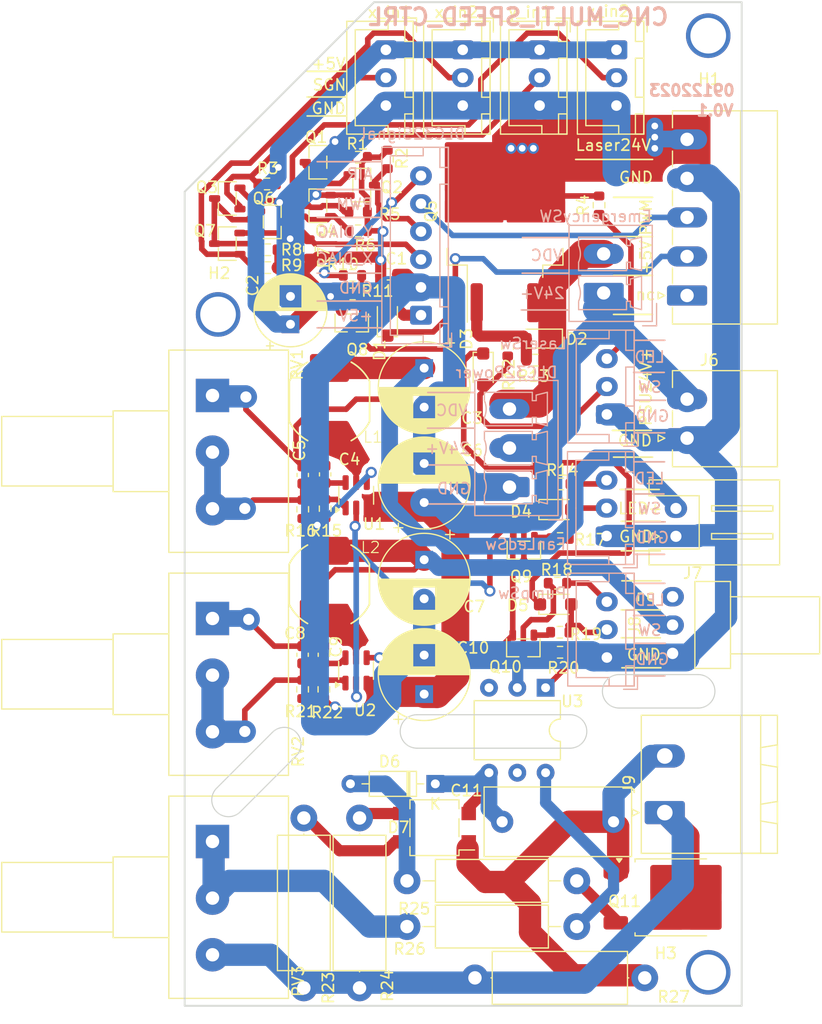
<source format=kicad_pcb>
(kicad_pcb (version 20221018) (generator pcbnew)
  (layers (0 "F.Cu" signal) (31 "B.Cu" signal) (34 "B.Paste" user) (35 "F.Paste" user) (36 "B.SilkS" user "B.Silkscreen") (37 "F.SilkS" user "F.Silkscreen") (38 "B.Mask" user) (39 "F.Mask" user) (44 "Edge.Cuts" user))
  (net 0 "")
  (net 1 "GND")
  (net 2 "VDC")
  (net 3 "Net-(U1-SW)")
  (net 4 "Net-(U1-BST)")
  (net 5 "Net-(C5-Pad2)")
  (net 6 "Net-(C8-Pad2)")
  (net 7 "/Fan_Drv")
  (net 8 "/FB")
  (net 9 "/Led_Drv")
  (net 10 "/~{Air}")
  (net 11 "/Fan_Led_Btn")
  (net 12 "/Pump_Btn")
  (net 13 "+24V")
  (net 14 "Net-(U2-SW)")
  (net 15 "/~{AC1}")
  (net 16 "Net-(U2-BST)")
  (net 17 "Net-(D6-K)")
  (net 18 "Net-(D1-K)")
  (net 19 "/Laser_Btn")
  (net 20 "Net-(D2-A)")
  (net 21 "/Laser_Power")
  (net 22 "/AC1")
  (net 23 "Net-(D6-A)")
  (net 24 "/Fan_Led_En")
  (net 25 "Net-(D7-+)")
  (net 26 "Net-(D7--)")
  (net 29 "Net-(J12-Pin_3)")
  (net 30 "Net-(J14-Pin_3)")
  (net 31 "Net-(J15-Pin_3)")
  (net 32 "Net-(Q1-D)")
  (net 33 "Net-(Q3-D)")
  (net 34 "Net-(Q8-G)")
  (net 35 "/FB1")
  (net 36 "Net-(Q9-B)")
  (net 37 "/Pump_En")
  (net 40 "+5V")
  (net 41 "/X_DIAG")
  (net 42 "/Y_DIAG")
  (net 43 "/SGN_PWM")
  (net 44 "/SGN_AIR")
  (net 45 "/x_in1")
  (net 46 "/x_in2")
  (net 47 "/y_in1")
  (net 48 "/y_in2")
  (net 49 "Net-(Q10-B)")
  (net 50 "Net-(Q11-G)")
  (net 54 "Net-(R20-Pad1)")
  (net 55 "Net-(R26-Pad1)")
  (net 56 "Net-(R26-Pad2)")
  (footprint "My_Library:Potentiometer_Alps_RK163_Single_Horizontal" (layer "F.Cu") (at 102.5 45.26865)
    (fp_text reference "RV1")
    (fp_text value "10K")
  )
  (footprint "My_Library:MountingHole_3.2mm_M3_DIN965_SmallPad" (layer "F.Cu") (at 147 13)
    (fp_text reference "H1")
    (fp_text value "M3")
  )
  (footprint "My_Library:SOT-23-3-s" (layer "F.Cu") (at 115.9 26.4)
    (fp_text reference "Q2")
    (fp_text value "PJA3440")
  )
  (footprint "Diode_SMD:D_SOD-323_HandSoldering" (layer "F.Cu") (at 131.9 40.16865 180)
    (fp_text reference "D2")
    (fp_text value "MM3Z12")
  )
  (footprint "Resistor_SMD:R_0603_1608Metric" (layer "F.Cu") (at 107.475 32.2 180)
    (fp_text reference "R8")
    (fp_text value "10K")
  )
  (footprint "Resistor_SMD:R_0603_1608Metric" (layer "F.Cu") (at 133.675 66.5 180)
    (fp_text reference "R19")
    (fp_text value "100K")
  )
  (footprint "My_Library:SOT-23-3-s" (layer "F.Cu") (at 115 38.7625 -90)
    (fp_text reference "Q8")
    (fp_text value "PJA3440")
  )
  (footprint "My_Library:CP_Radial_D8.0mm_H12.0mm_P3.50mm" (layer "F.Cu") (at 121.5 72.052651 90)
    (fp_text reference "C10")
    (fp_text value "220uF 35V")
  )
  (footprint "My_Library:SOT-23-3-s" (layer "F.Cu") (at 130.4 67.9 -90)
    (fp_text reference "Q10")
    (fp_text value "MMBTA92")
  )
  (footprint "Resistor_SMD:R_0603_1608Metric" (layer "F.Cu") (at 133.775 53.2 180)
    (fp_text reference "R14")
    (fp_text value "4.7K")
  )
  (footprint "My_Library:TO-269AA_spec" (layer "F.Cu") (at 122.425 84.03 180)
    (fp_text reference "D7")
    (fp_text value "MB6S")
  )
  (footprint "Capacitor_THT:C_Rect_L13.0mm_W6.0mm_P10.00mm_FKS3_FKP3_MKS4" (layer "F.Cu") (at 128.5 83.5)
    (fp_text reference "C11")
    (fp_text value "100nF 275Vac")
  )
  (footprint "Resistor_SMD:R_0603_1608Metric" (layer "F.Cu") (at 133.4625 62.1 180)
    (fp_text reference "R18")
    (fp_text value "4.7K")
  )
  (footprint "My_Library:D_SOD-123F-s" (layer "F.Cu") (at 118.2 38.5 90)
    (fp_text reference "D1")
    (fp_text value "1N4148")
  )
  (footprint "Connector_JST:JST_XH_B3B-XH-A_1x03_P2.50mm_Vertical" (layer "F.Cu") (at 138.763153 14.26865 -90)
    (fp_text reference "J4" hide)
    (fp_text value "y_in2")
  )
  (footprint "My_Library:SOT-23-3-s" (layer "F.Cu") (at 107.8625 29.7)
    (fp_text reference "Q6")
    (fp_text value "PJA3440")
  )
  (footprint "Resistor_SMD:R_0603_1608Metric" (layer "F.Cu") (at 133.7 68.3 180)
    (fp_text reference "R20")
    (fp_text value "2K")
  )
  (footprint "Connector_Phoenix_MSTB:PhoenixContact_MSTBA_2,5_2-G-5,08_1x02_P5.08mm_Horizontal" (layer "F.Cu") (at 143.1 82.68 90)
    (fp_text reference "J9")
    (fp_text value "Pump220V")
  )
  (footprint "My_Library:SOT-23-3-s" (layer "F.Cu") (at 111.9625 24.35 180)
    (fp_text reference "Q1")
    (fp_text value "PJA3440")
  )
  (footprint "Resistor_SMD:R_0603_1608Metric" (layer "F.Cu") (at 112.5 71.625 90)
    (fp_text reference "R22")
    (fp_text value "470R")
  )
  (footprint "Resistor_SMD:R_0603_1608Metric" (layer "F.Cu") (at 115.075 36.1625 180)
    (fp_text reference "R11")
    (fp_text value "100K")
  )
  (footprint "Resistor_SMD:R_0603_1608Metric" (layer "F.Cu") (at 137.2 28.2 90)
    (fp_text reference "R4")
    (fp_text value "4.7K")
  )
  (footprint "Resistor_SMD:R_0603_1608Metric" (layer "F.Cu") (at 115.575 28.8 180)
    (fp_text reference "R5")
    (fp_text value "10K")
  )
  (footprint "Resistor_SMD:R_0603_1608Metric" (layer "F.Cu") (at 110.6 55.475 -90)
    (fp_text reference "R16")
    (fp_text value "12K")
  )
  (footprint "My_Library:SOT-23-3-s" (layer "F.Cu") (at 111.9625 28.25 180)
    (fp_text reference "Q4")
    (fp_text value "PJA3440")
  )
  (footprint "Resistor_SMD:R_0603_1608Metric" (layer "F.Cu") (at 107.4 26.3 180)
    (fp_text reference "R3")
    (fp_text value "10K")
  )
  (footprint "Resistor_SMD:R_0603_1608Metric" (layer "F.Cu") (at 131.5 42.1 180)
    (fp_text reference "R13")
    (fp_text value "100K")
  )
  (footprint "Capacitor_SMD:C_0603_1608Metric" (layer "F.Cu") (at 118.325 34.4)
    (fp_text reference "C1")
    (fp_text value "100nF")
  )
  (footprint "My_Library:D_SOD-123F-s" (layer "F.Cu") (at 133.3 64)
    (fp_text reference "D5")
    (fp_text value "1N4148")
  )
  (footprint "Resistor_SMD:R_0603_1608Metric" (layer "F.Cu") (at 118.2 24.1 -90)
    (fp_text reference "R2")
    (fp_text value "10K")
  )
  (footprint "Connector_JST:JST_XH_B3B-XH-A_1x03_P2.50mm_Vertical" (layer "F.Cu") (at 124.963153 14.26865 -90)
    (fp_text reference "J2" hide)
    (fp_text value "x_in2")
  )
  (footprint "My_Library:D_SOD-123F-s" (layer "F.Cu") (at 133.3 55.5)
    (fp_text reference "D4")
    (fp_text value "1N4148")
  )
  (footprint "My_Library:MountingHole_3.2mm_M3_DIN965_SmallPad" (layer "F.Cu") (at 147 97)
    (fp_text reference "H3")
    (fp_text value "M3")
  )
  (footprint "My_Library:TSOT-23-6_SlimPad" (layer "F.Cu") (at 115.4 54.21865 90)
    (fp_text reference "U1")
    (fp_text value "AP63300")
  )
  (footprint "Connector_JST:JST_XH_B3B-XH-A_1x03_P2.50mm_Vertical" (layer "F.Cu") (at 131.863153 14.26865 -90)
    (fp_text reference "J3" hide)
    (fp_text value "y_in1")
  )
  (footprint "Resistor_THT:R_Axial_DIN0414_L11.9mm_D4.5mm_P15.24mm_Horizontal" (layer "F.Cu") (at 141.3 97.5 180)
    (fp_text reference "R27")
    (fp_text value "47K")
  )
  (footprint "Package_DIP:DIP-6_W7.62mm" (layer "F.Cu") (at 132.4 71.48 -90)
    (fp_text reference "U3")
    (fp_text value "MOC3063M")
  )
  (footprint "Capacitor_SMD:C_0603_1608Metric" (layer "F.Cu") (at 112.613153 52.34365 -90)
    (fp_text reference "C4")
    (fp_text value "100nF")
  )
  (footprint "My_Library:CP_Radial_D8.0mm_H12.0mm_P3.50mm" (layer "F.Cu") (at 121.5 60 -90)
    (fp_text reference "C7")
    (fp_text value "220uF 35V")
  )
  (footprint "My_Library:Potentiometer_Alps_RK163_Single_Horizontal" (layer "F.Cu") (at 102.5 65.26865)
    (fp_text reference "RV2")
    (fp_text value "10K")
  )
  (footprint "Capacitor_SMD:C_0603_1608Metric" (layer "F.Cu") (at 110.586847 68.525 -90)
    (fp_text reference "C8")
    (fp_text value "47pF")
  )
  (footprint "My_Library:CD75_Inductor" (layer "F.Cu") (at 113 45.8 90)
    (fp_text reference "L1")
    (fp_text value "10uH 3.4A")
  )
  (footprint "My_Library:CP_Radial_D8.0mm_H12.0mm_P3.50mm" (layer "F.Cu") (at 121.5 42.815999 -90)
    (fp_text reference "C3")
    (fp_text value "220uF 35V")
  )
  (footprint "Connector_JST:JST_XH_S2B-XH-A_1x02_P2.50mm_Horizontal" (layer "F.Cu") (at 144.1 57.9 90)
    (fp_text reference "J7")
    (fp_text value "LED+")
  )
  (footprint "My_Library:D_SOD-123F-s" (layer "F.Cu") (at 126.8 42.9 -90)
    (fp_text reference "D3")
    (fp_text value "1N4148")
  )
  (footprint "My_Library:CD75_Inductor" (layer "F.Cu") (at 112.986847 62.2 90)
    (fp_text reference "L2")
    (fp_text value "10uH 3.4A")
  )
  (footprint "Resistor_SMD:R_0603_1608Metric" (layer "F.Cu") (at 107.475 33.8 180)
    (fp_text reference "R9")
    (fp_text value "10K")
  )
  (footprint "Resistor_SMD:R_0603_1608Metric" (layer "F.Cu") (at 133.7 58.1 180)
    (fp_text reference "R17")
    (fp_text value "100K")
  )
  (footprint "Connector_Phoenix_MC:PhoenixContact_MC_1,5_2-G-3.5_1x02_P3.50mm_Horizontal" (layer "F.Cu") (at 145.1 49.1 90)
    (fp_text reference "J6")
    (fp_text value "PSU24V+")
  )
  (footprint "Connector_Phoenix_MC:PhoenixContact_MC_1,5_5-G-3.5_1x05_P3.50mm_Horizontal" (layer "F.Cu") (at 145.1 36.3 90)
    (fp_text reference "J5" hide)
    (fp_text value "Laser Terminal")
  )
  (footprint "My_Library:FanPinHeader_1x03_P2.54mm_Horizontal" (layer "F.Cu") (at 143.8 68.4 90)
    (fp_text reference "J8")
    (fp_text value "FAN+")
  )
  (footprint "My_Library:TO-263-2-S" (layer "F.Cu") (at 128.76 28.75 90)
    (fp_text reference "Q5")
    (fp_text value "IRF9540N")
  )
  (footprint "Connector_JST:JST_XH_B3B-XH-A_1x03_P2.50mm_Vertical" (layer "F.Cu") (at 118.063153 14.26865 -90)
    (fp_text reference "J1" hide)
    (fp_text value "x_in1")
  )
  (footprint "My_Library:Potentiometer_Alps_RK163_Single_Horizontal" (layer "F.Cu") (at 102.5 85.26865)
    (fp_text reference "RV3")
    (fp_text value "500K")
  )
  (footprint "My_Library:MountingHole_3.2mm_M3_DIN965_SmallPad" (layer "F.Cu") (at 103 38)
    (fp_text reference "H2")
    (fp_text value "M3")
  )
  (footprint "Capacitor_SMD:C_0603_1608Metric" (layer "F.Cu") (at 112.5 68.525 -90)
    (fp_text reference "C9")
    (fp_text value "100nF")
  )
  (footprint "Resistor_THT:R_Axial_DIN0411_L9.9mm_D3.6mm_P15.24mm_Horizontal" (layer "F.Cu") (at 119.96 88.8)
    (fp_text reference "R25")
    (fp_text value "1K")
  )
  (footprint "Resistor_THT:R_Axial_DIN0411_L9.9mm_D3.6mm_P15.24mm_Horizontal" (layer "F.Cu") (at 119.96 92.9)
    (fp_text reference "R26")
    (fp_text value "270R")
  )
  (footprint "Capacitor_SMD:C_0603_1608Metric" (layer "F.Cu") (at 110.6 52.4 -90)
    (fp_text reference "C5")
    (fp_text value "47pF")
  )
  (footprint "Resistor_SMD:R_0603_1608Metric" (layer "F.Cu") (at 115.575 30.5 180)
    (fp_text reference "R6")
    (fp_text value "10K")
  )
  (footprint "Resistor_SMD:R_0603_1608Metric" (layer "F.Cu") (at 115.061847 34.49385 180)
    (fp_text reference "R10")
    (fp_text value "4.7K")
  )
  (footprint "Resistor_SMD:R_0603_1608Metric" (layer "F.Cu") (at 111.2 32.125 90)
    (fp_text reference "R7")
    (fp_text value "10K")
  )
  (footprint "My_Library:CP_Radial_D8.0mm_H12.0mm_P3.50mm" (layer "F.Cu") (at 121.5 54.86865 90)
    (fp_text reference "C6")
    (fp_text value "220uF 35V")
  )
  (footprint "My_Library:CP_Radial_D6.3mm_H11.0mm_P2.50mm" (layer "F.Cu") (at 109.5 38.88238 90)
    (fp_text reference "C2")
    (fp_text value "220uF 25V")
  )
  (footprint "Diode_THT:D_DO-35_SOD27_P7.62mm_Horizontal" (layer "F.Cu") (at 122.5 80.1 180)
    (fp_text reference "D6")
    (fp_text value "DB3")
  )
  (footprint "My_Library:SOT-23-3-s" (layer "F.Cu") (at 103.825 31.65 180)
    (fp_text reference "Q7")
    (fp_text value "PJA3440")
  )
  (footprint "Resistor_THT:R_Axial_DIN0414_L11.9mm_D4.5mm_P15.24mm_Horizontal" (layer "F.Cu") (at 110.7 83.16 -90)
    (fp_text reference "R23")
    (fp_text value "100K")
  )
  (footprint "Resistor_SMD:R_0603_1608Metric" (layer "F.Cu") (at 110.586847 71.625 -90)
    (fp_text reference "R21")
    (fp_text value "3.9K")
  )
  (footprint "My_Library:SOT-23-3-s" (layer "F.Cu") (at 103.825 27.6 180)
    (fp_text reference "Q3")
    (fp_text value "PJA3440")
  )
  (footprint "Resistor_SMD:R_0603_1608Metric" (layer "F.Cu") (at 129 40.9 90)
    (fp_text reference "R12")
    (fp_text value "4.7K")
  )
  (footprint "My_Library:SOT-23-3-s" (layer "F.Cu") (at 130.45 59.1375 -90)
    (fp_text reference "Q9")
    (fp_text value "MMBTA92")
  )
  (footprint "Package_TO_SOT_SMD:TO-252-2" (layer "F.Cu") (at 143.74 90.28)
    (fp_text reference "Q11")
    (fp_text value "BTA204S-800E")
  )
  (footprint "Resistor_THT:R_Axial_DIN0414_L11.9mm_D4.5mm_P15.24mm_Horizontal" (layer "F.Cu") (at 115.7 83.16 -90)
    (fp_text reference "R24")
    (fp_text value "100K")
  )
  (footprint "My_Library:TSOT-23-6_SlimPad" (layer "F.Cu") (at 115.386847 69.925 90)
    (fp_text reference "U2")
    (fp_text value "AP63300")
  )
  (footprint "Resistor_SMD:R_0603_1608Metric" (layer "F.Cu") (at 112.613153 55.41865 90)
    (fp_text reference "R15")
    (fp_text value "750R")
  )
  (footprint "Resistor_SMD:R_0603_1608Metric" (layer "F.Cu") (at 115.575 23.9 180)
    (fp_text reference "R1")
    (fp_text value "10K")
  )
  (footprint "Connector_Phoenix_MC:PhoenixContact_MCV_1,5_3-G-3.5_1x03_P3.50mm_Vertical" (layer "B.Cu") (at 129.1575 53.4825 90)
    (fp_text reference "J13" hide)
    (fp_text value "DLC32Power")
  )
  (footprint "Connector_Phoenix_MC:PhoenixContact_MCV_1,5_2-G-3.5_1x02_P3.50mm_Vertical" (layer "B.Cu") (at 137.613153 36.06865 90)
    (fp_text reference "J10" hide)
    (fp_text value "EmergencySW")
  )
  (footprint "Connector_JST:JST_XH_B3B-XH-A_1x03_P2.50mm_Vertical" (layer "B.Cu") (at 137.9 68.76865 90)
    (fp_text reference "J15" hide)
    (fp_text value "PumpSw")
  )
  (footprint "Connector_JST:JST_XH_B3B-XH-A_1x03_P2.50mm_Vertical" (layer "B.Cu") (at 137.9 46.96865 90)
    (fp_text reference "J12" hide)
    (fp_text value "LaserSw")
  )
  (footprint "Connector_JST:JST_XH_B3B-XH-A_1x03_P2.50mm_Vertical" (layer "B.Cu") (at 137.875 57.86865 90)
    (fp_text reference "J14" hide)
    (fp_text value "FanLedSw")
  )
  (footprint "Connector_JST:JST_XH_B6B-XH-A_1x06_P2.50mm_Vertical" (layer "B.Cu") (at 121.213153 38.06865 90)
    (fp_text reference "J11" hide)
    (fp_text value "DLC32Signal")
  )
  (gr_line (start 111.9 36.8) (end 117.7 36.8) (stroke (width 0.15)) (layer "B.SilkS"))
  (gr_line (start 143.1 40.31865) (end 140.35 40.31865) (stroke (width 0.15)) (layer "B.SilkS"))
  (gr_line (start 143.075 51.21865) (end 140.325 51.21865) (stroke (width 0.15)) (layer "B.SilkS"))
  (gr_line (start 143.15 67.5) (end 140.4 67.5) (stroke (width 0.15)) (layer "B.SilkS"))
  (gr_line (start 143.025 54.1) (end 140.275 54.1) (stroke (width 0.15)) (layer "B.SilkS"))
  (gr_line (start 143.1 70.41865) (end 140.35 70.41865) (stroke (width 0.15)) (layer "B.SilkS"))
  (gr_line (start 134.5 31.1) (end 130.325 31.1) (stroke (width 0.15)) (layer "B.SilkS"))
  (gr_line (start 134.4 37.6) (end 130.225 37.6) (stroke (width 0.15)) (layer "B.SilkS"))
  (gr_line (start 125.9 55) (end 121.725 55) (stroke (width 0.15)) (layer "B.SilkS"))
  (gr_line (start 111.903153 31.81865) (end 117.703153 31.81865) (stroke (width 0.15)) (layer "B.SilkS"))
  (gr_line (start 111.9 29.3) (end 117.7 29.3) (stroke (width 0.15)) (layer "B.SilkS"))
  (gr_line (start 134.475 34.3) (end 130.3 34.3) (stroke (width 0.15)) (layer "B.SilkS"))
  (gr_line (start 111.9 24.3) (end 117.7 24.3) (stroke (width 0.15)) (layer "B.SilkS"))
  (gr_line (start 111.9 34.3) (end 117.7 34.3) (stroke (width 0.15)) (layer "B.SilkS"))
  (gr_line (start 143.1 62.11865) (end 140.35 62.11865) (stroke (width 0.15)) (layer "B.SilkS"))
  (gr_line (start 143.15 45.7) (end 140.4 45.7) (stroke (width 0.15)) (layer "B.SilkS"))
  (gr_line (start 125.9 51.5) (end 121.725 51.5) (stroke (width 0.15)) (layer "B.SilkS"))
  (gr_line (start 143.05 43.2) (end 140.3 43.2) (stroke (width 0.15)) (layer "B.SilkS"))
  (gr_line (start 125.975 48.2) (end 121.8 48.2) (stroke (width 0.15)) (layer "B.SilkS"))
  (gr_line (start 143.1 48.61865) (end 140.35 48.61865) (stroke (width 0.15)) (layer "B.SilkS"))
  (gr_line (start 143.075 59.51865) (end 140.325 59.51865) (stroke (width 0.15)) (layer "B.SilkS"))
  (gr_line (start 143.05 65) (end 140.3 65) (stroke (width 0.15)) (layer "B.SilkS"))
  (gr_line (start 126 45) (end 121.825 45) (stroke (width 0.15)) (layer "B.SilkS"))
  (gr_line (start 143.125 56.6) (end 140.375 56.6) (stroke (width 0.15)) (layer "B.SilkS"))
  (gr_line (start 111.9 26.8) (end 117.7 26.8) (stroke (width 0.15)) (layer "B.SilkS"))
  (gr_line (start 111.9 39.2) (end 117.7 39.2) (stroke (width 0.15)) (layer "B.SilkS"))
  (gr_line (start 142.7 64.5) (end 139.2 64.5) (stroke (width 0.15)) (layer "F.SilkS"))
  (gr_line (start 142 50.8) (end 138.5 50.8) (stroke (width 0.15)) (layer "F.SilkS"))
  (gr_line (start 142.69 56.55) (end 139.19 56.55) (stroke (width 0.15)) (layer "F.SilkS"))
  (gr_line (start 141.9 48.4) (end 138.4 48.4) (stroke (width 0.15)) (layer "F.SilkS"))
  (gr_line (start 142 24.1) (end 135.1 24.1) (stroke (width 0.15)) (layer "F.SilkS"))
  (gr_line (start 111 18.5) (end 114.5 18.5) (stroke (width 0.15)) (layer "F.SilkS"))
  (gr_line (start 142.7 67) (end 139.2 67) (stroke (width 0.15)) (layer "F.SilkS"))
  (gr_line (start 142.75 61.89) (end 139.25 61.89) (stroke (width 0.15)) (layer "F.SilkS"))
  (gr_line (start 142.003153 31.01865) (end 138.503153 31.01865) (stroke (width 0.15)) (layer "F.SilkS"))
  (gr_line (start 142.75 69.69) (end 139.25 69.69) (stroke (width 0.15)) (layer "F.SilkS"))
  (gr_line (start 142 38) (end 138.5 38) (stroke (width 0.15)) (layer "F.SilkS"))
  (gr_line (start 142 27.5) (end 138.5 27.5) (stroke (width 0.15)) (layer "F.SilkS"))
  (gr_line (start 142.6 53.7) (end 139.1 53.7) (stroke (width 0.15)) (layer "F.SilkS"))
  (gr_line (start 111 16.2) (end 114.5 16.2) (stroke (width 0.15)) (layer "F.SilkS"))
  (gr_line (start 111 20.2) (end 114.5 20.2) (stroke (width 0.15)) (layer "F.SilkS"))
  (gr_line (start 142 34.5) (end 138.5 34.5) (stroke (width 0.15)) (layer "F.SilkS"))
  (gr_line (start 142.7 59.2) (end 139.2 59.2) (stroke (width 0.15)) (layer "F.SilkS"))
  (gr_line (start 139 70.3) (end 146.1 70.3) (stroke (width 0.1)) (layer "Edge.Cuts"))
  (gr_line (start 150 100) (end 100 100) (stroke (width 0.16)) (layer "Edge.Cuts"))
  (gr_line (start 120.85 76.9) (end 134.6 76.9) (stroke (width 0.1)) (layer "Edge.Cuts"))
  (gr_line (start 117 10) (end 150 10) (stroke (width 0.16)) (layer "Edge.Cuts"))
  (gr_line (start 100 27) (end 100 100) (stroke (width 0.16)) (layer "Edge.Cuts"))
  (gr_line (start 102.868451 80.488909) (end 107.888909 75.468451) (stroke (width 0.1)) (layer "Edge.Cuts"))
  (gr_arc (start 134.6 73.9) (mid 136.1 75.4) (end 134.6 76.9) (stroke (width 0.1)) (layer "Edge.Cuts"))
  (gr_line (start 150 10) (end 150 100) (stroke (width 0.16)) (layer "Edge.Cuts"))
  (gr_arc (start 146.1 70.3) (mid 147.6 71.8) (end 146.1 73.3) (stroke (width 0.1)) (layer "Edge.Cuts"))
  (gr_line (start 120.85 73.9) (end 134.6 73.9) (stroke (width 0.1)) (layer "Edge.Cuts"))
  (gr_line (start 117 10) (end 100 27) (stroke (width 0.16)) (layer "Edge.Cuts"))
  (gr_arc (start 107.888909 75.468451) (mid 110.010229 75.468451) (end 110.010229 77.589771) (stroke (width 0.1)) (layer "Edge.Cuts"))
  (gr_arc (start 139 73.3) (mid 137.5 71.8) (end 139 70.3) (stroke (width 0.1)) (layer "Edge.Cuts"))
  (gr_arc (start 104.989771 82.610229) (mid 102.868451 82.610229) (end 102.868451 80.488909) (stroke (width 0.1)) (layer "Edge.Cuts"))
  (gr_arc (start 120.85 76.9) (mid 119.35 75.4) (end 120.85 73.9) (stroke (width 0.1)) (layer "Edge.Cuts"))
  (gr_line (start 139 73.3) (end 146.1 73.3) (stroke (width 0.1)) (layer "Edge.Cuts"))
  (gr_line (start 104.989771 82.610229) (end 110.010229 77.589771) (stroke (width 0.1)) (layer "Edge.Cuts"))
  (gr_text "GND" (at 143.6 69.5) (layer "B.SilkS") (effects (font (size 1 1)) (justify left bottom mirror)))
  (gr_text "GND" (at 125.8 54.2) (layer "B.SilkS") (effects (font (size 1 1)) (justify left bottom mirror)))
  (gr_text "SW" (at 142.9 45.1) (layer "B.SilkS") (effects (font (size 1 1)) (justify left bottom mirror)))
  (gr_text "X_DIAG" (at 117 33.6) (layer "B.SilkS") (effects (font (size 1 1)) (justify left bottom mirror)))
  (gr_text "VDC" (at 124 46.6) (layer "B.SilkS") (effects (font (size 1 1)) (justify mirror)))
  (gr_text "LED" (at 143.175 53.3) (layer "B.SilkS") (effects (font (size 1 1)) (justify left bottom mirror)))
  (gr_text "LED" (at 143.2 64.2) (layer "B.SilkS") (effects (font (size 1 1)) (justify left bottom mirror)))
  (gr_text "GND" (at 117 36.2) (layer "B.SilkS") (effects (font (size 1 1)) (justify left bottom mirror)))
  (gr_text "AIR" (at 117 26) (layer "B.SilkS") (effects (font (size 1 1)) (justify left bottom mirror)))
  (gr_text "GND" (at 143.575 58.6) (layer "B.SilkS") (effects (font (size 1 1)) (justify left bottom mirror)))
  (gr_text "24V+" (at 123.6 50) (layer "B.SilkS") (effects (font (size 1 1)) (justify mirror)))
  (gr_text "GND" (at 143.6 47.7) (layer "B.SilkS") (effects (font (size 1 1)) (justify left bottom mirror)))
  (gr_text "PWM" (at 117 28.7) (layer "B.SilkS") (effects (font (size 1 1)) (justify left bottom mirror)))
  (gr_text "VDC" (at 132.5 32.7) (layer "B.SilkS") (effects (font (size 1 1)) (justify mirror)))
  (gr_text "09122023" (at 149.5 18.5) (layer "B.SilkS") (effects (font (size 1 1) (thickness 0.25) bold) (justify left bottom mirror)))
  (gr_text "CNC_MULTI_SPEED_CTRL" (at 143.6 12.2) (layer "B.SilkS") (effects (font (size 1.5 1.5) (thickness 0.3) bold) (justify left bottom mirror)))
  (gr_text "Y_DIAG" (at 117 31.2) (layer "B.SilkS") (effects (font (size 1 1)) (justify left bottom mirror)))
  (gr_text "24V+" (at 132.1 36.1) (layer "B.SilkS") (effects (font (size 1 1)) (justify mirror)))
  (gr_text "LED" (at 143.2 42.4) (layer "B.SilkS") (effects (font (size 1 1)) (justify left bottom mirror)))
  (gr_text "SW" (at 142.875 56) (layer "B.SilkS") (effects (font (size 1 1)) (justify left bottom mirror)))
  (gr_text "SW" (at 142.9 66.9) (layer "B.SilkS") (effects (font (size 1 1)) (justify left bottom mirror)))
  (gr_text "V0.1" (at 149.4 20.3) (layer "B.SilkS") (effects (font (size 1 1) (thickness 0.25) bold) (justify left bottom mirror)))
  (gr_text "+5V" (at 117 38.7) (layer "B.SilkS") (effects (font (size 1 1)) (justify left bottom mirror)))
  (gr_text "Laser24V" (at 135 23.4) (layer "F.SilkS") (effects (font (size 1 1)) (justify left bottom)))
  (gr_text "nc" (at 140.4 63.8) (layer "F.SilkS") (effects (font (size 1 1)) (justify left bottom)))
  (gr_text "PWM" (at 142.003153 31.01865 90) (layer "F.SilkS") (effects (font (size 1 1)) (justify left bottom)))
  (gr_text "GND" (at 138.9 26.3) (layer "F.SilkS") (effects (font (size 1 1)) (justify left bottom)))
  (gr_text "GND" (at 138.9 58.5) (layer "F.SilkS") (effects (font (size 1 1)) (justify left bottom)))
  (gr_text "GND" (at 111.3 20.1) (layer "F.SilkS") (effects (font (size 1 1)) (justify left bottom)))
  (gr_text "SGN" (at 111.4 18) (layer "F.SilkS") (effects (font (size 1 1)) (justify left bottom)))
  (gr_text "GND" (at 138.8 49.9) (layer "F.SilkS") (effects (font (size 1 1)) (justify left bottom)))
  (gr_text "nc" (at 140.4 36.8) (layer "F.SilkS") (effects (font (size 1 1)) (justify left bottom)))
  (gr_text "+5V" (at 142 34.5 90) (layer "F.SilkS") (effects (font (size 1 1)) (justify left bottom)))
  (gr_text "GND" (at 139.6 69.1) (layer "F.SilkS") (effects (font (size 1 1)) (justify left bottom)))
  (gr_text "+5V" (at 111.3 16.1) (layer "F.SilkS") (effects (font (size 1 1)) (justify left bottom)))
  (segment (start 114.7125 27.3) (end 114.7625 27.35) (width 0.5) (layer "F.Cu") (net 1))
  (segment (start 104.9625 26.65) (end 104.9625 26.7625) (width 0.5) (layer "F.Cu") (net 1))
  (segment (start 104.9625 30.7) (end 108.959185 30.7) (width 0.5) (layer "F.Cu") (net 1))
  (segment (start 114.3 36.0625) (end 114.3 37.418197) (width 0.5) (layer "F.Cu") (net 1))
  (segment (start 116.35 52.565575) (end 116.35 53.08115) (width 0.5) (layer "F.Cu") (net 1))
  (segment (start 119.944629 34.4) (end 119.1 34.4) (width 1) (layer "F.Cu") (net 1))
  (segment (start 121.251998 68.7875) (end 121.486847 68.552651) (width 0.5) (layer "F.Cu") (net 1))
  (segment (start 111.906872 56.891964) (end 111.964839 56.891964) (width 0.5) (layer "F.Cu") (net 1))
  (segment (start 113.1 27.3) (end 111.838406 27.3) (width 0.5) (layer "F.Cu") (net 1))
  (segment (start 116.75 52.165575) (end 116.35 52.565575) (width 0.5) (layer "F.Cu") (net 1))
  (segment (start 113.250014 73.200014) (end 113.5 73.200014) (width 0.5) (layer "F.Cu") (net 1))
  (segment (start 104.9625 26.7625) (end 106 27.8) (width 0.5) (layer "F.Cu") (net 1))
  (segment (start 111.964839 56.891964) (end 112.613153 56.24365) (width 0.5) (layer "F.Cu") (net 1))
  (segment (start 121.213153 35.56865) (end 121.113279 35.56865) (width 1) (layer "F.Cu") (net 1))
  (segment (start 108.368198 27.8) (end 108.525 27.956802) (width 0.5) (layer "F.Cu") (net 1))
  (segment (start 114.05 37.332379) (end 114.05 37.625) (width 1) (layer "F.Cu") (net 1))
  (segment (start 116.336847 68.7875) (end 117.486847 68.7875) (width 0.5) (layer "F.Cu") (net 1))
  (segment (start 113.5 22.5) (end 113.5 23) (width 0.5) (layer "F.Cu") (net 1))
  (segment (start 113.1 27.3) (end 114.7125 27.3) (width 0.5) (layer "F.Cu") (net 1))
  (segment (start 111.838406 27.3) (end 111.782376 27.24397) (width 0.5) (layer "F.Cu") (net 1))
  (segment (start 113.5 23) (end 113.1 23.4) (width 0.5) (layer "F.Cu") (net 1))
  (segment (start 113.1 36.382379) (end 114.05 37.332379) (width 1) (layer "F.Cu") (net 1))
  (segment (start 106 27.8) (end 108.368198 27.8) (width 0.5) (layer "F.Cu") (net 1))
  (segment (start 108.959185 30.7) (end 109.470351 31.211166) (width 0.5) (layer "F.Cu") (net 1))
  (segment (start 130.2 71.28) (end 130.4 71.48) (width 0.5) (layer "F.Cu") (net 1))
  (segment (start 121.113279 35.56865) (end 119.944629 34.4) (width 1) (layer "F.Cu") (net 1))
  (segment (start 112.5 72.45) (end 113.250014 73.200014) (width 0.5) (layer "F.Cu") (net 1))
  (via (at 113.5 22.5) (size 1) (drill 0.6) (layers "F.Cu" "B.Cu") (net 1))
  (via (at 117.486847 68.7875) (size 1) (drill 0.6) (layers "F.Cu" "B.Cu") (net 1))
  (via (at 108.525 27.956802) (size 1) (drill 0.6) (layers "F.Cu" "B.Cu") (net 1))
  (via (at 116.75 52.165575) (size 1) (drill 0.6) (layers "F.Cu" "B.Cu") (net 1))
  (via (at 111.782376 27.24397) (size 1) (drill 0.6) (layers "F.Cu" "B.Cu") (net 1))
  (via (at 113.1 36.382379) (size 1) (drill 0.6) (layers "F.Cu" "B.Cu") (net 1))
  (via (at 113.5 73.200014) (size 1) (drill 0.6) (layers "F.Cu" "B.Cu") (net 1))
  (via (at 109.470351 31.211166) (size 1) (drill 0.6) (layers "F.Cu" "B.Cu") (net 1))
  (via (at 111.906872 56.891964) (size 1) (drill 0.6) (layers "F.Cu" "B.Cu") (net 1))
  (segment (start 111.782376 25.674426) (end 111.782376 27.24397) (width 0.5) (layer "B.Cu") (net 1))
  (segment (start 116.3 74.5) (end 118.2 72.6) (width 2.5) (layer "B.Cu") (net 1))
  (segment (start 138.763153 25.263153) (end 138.763153 19.26865) (width 2.5) (layer "B.Cu") (net 1))
  (segment (start 113.5 22.5) (end 114.956804 22.5) (width 0.5) (layer "B.Cu") (net 1))
  (segment (start 111.621142 36.382379) (end 109.500001 36.382379) (width 2.5) (layer "B.Cu") (net 1))
  (segment (start 123.66865 51.36865) (end 121.5 51.36865) (width 2.5) (layer "B.Cu") (net 1))
  (segment (start 148.6 52.4) (end 148.6 58) (width 2) (layer "B.Cu") (net 1))
  (segment (start 148.6 58) (end 148.6 65.139998) (width 2) (layer "B.Cu") (net 1))
  (segment (start 113.5 22.5) (end 113.5 23.956802) (width 0.5) (layer "B.Cu") (net 1))
  (segment (start 124.188153 35.56865) (end 124.188153 44.527846) (width 2) (layer "B.Cu") (net 1))
  (segment (start 120.1 68.552651) (end 121.5 68.552651) (width 2.5) (layer "B.Cu") (net 1))
  (segment (start 121.5 68.552651) (end 136.523467 68.552651) (width 2.5) (layer "B.Cu") (net 1))
  (segment (start 136.739466 68.76865) (end 137.9 68.76865) (width 2.5) (layer "B.Cu") (net 1))
  (segment (start 111.7 43.562869) (end 111.7 74.5) (width 2.5) (layer "B.Cu") (net 1))
  (segment (start 118.063153 19.26865) (end 118.063153 19.39365) (width 1.5) (layer "B.Cu") (net 1))
  (segment (start 145.113153 25.76865) (end 146.96865 25.76865) (width 2.5) (layer "B.Cu") (net 1))
  (segment (start 113.431249 36.411366) (end 111.650129 36.411366) (width 2.5) (layer "B.Cu") (net 1))
  (segment (start 137.875 57.86865) (end 146.13135 57.86865) (width 2) (layer "B.Cu") (net 1))
  (segment (start 118.063153 19.393651) (end 118.063153 19.26865) (width 0.5) (layer "B.Cu") (net 1))
  (segment (start 111.650129 36.411366) (end 111.621142 36.382379) (width 2.5) (layer "B.Cu") (net 1))
  (segment (start 117.424424 36.382379) (end 113.460236 36.382379) (width 2.5) (layer "B.Cu") (net 1))
  (segment (start 148.6 27.4) (end 148.6 47.9) (width 2.5) (layer "B.Cu") (net 1))
  (segment (start 129.1575 53.4825) (end 125.7825 53.4825) (width 2.5) (layer "B.Cu") (net 1))
  (segment (start 111.906872 56.891964) (end 112.023611 56.891964) (width 0.5) (layer "B.Cu") (net 1))
  (segment (start 112.023611 56.891964) (end 116.75 52.165575) (width 0.5) (layer "B.Cu") (net 1))
  (segment (start 123.7 45.015999) (end 122.8 45.015999) (width 2) (layer "B.Cu") (net 1))
  (segment (start 146.13135 57.86865) (end 146.2 57.8) (width 2) (layer "B.Cu") (net 1))
  (segment (start 148.6 65.139998) (end 144.971348 68.76865) (width 2) (layer "B.Cu") (net 1))
  (segment (start 113.460236 36.382379) (end 113.431249 36.411366) (width 2.5) (layer "B.Cu") (net 1))
  (segment (start 124.188153 44.527846) (end 123.7 45.015999) (width 2) (layer "B.Cu") (net 1))
  (segment (start 147.23135 49.26865) (end 145.113153 49.26865) (width 2.5) (layer "B.Cu") (net 1))
  (segment (start 129.9 71.6) (end 129.9 68.812651) (width 1) (layer "B.Cu") (net 1))
  (segment (start 118.2 70.452651) (end 120.1 68.552651) (width 2.5) (layer "B.Cu") (net 1))
  (segment (start 148.4 57.8) (end 148.6 58) (width 2) (layer "B.Cu") (net 1))
  (segment (start 141.30921 49.26865) (end 145.113153 49.26865) (width 2) (layer "B.Cu") (net 1))
  (segment (start 125.7825 53.4825) (end 123.66865 51.36865) (width 2.5) (layer "B.Cu") (net 1))
  (segment (start 136.523467 68.552651) (end 136.739466 68.76865) (width 2.5) (layer "B.Cu") (net 1))
  (segment (start 146.96865 25.76865) (end 148.6 27.4) (width 2.5) (layer "B.Cu") (net 1))
  (segment (start 118.063153 19.26865) (end 138.763153 19.26865) (width 2.5) (layer "B.Cu") (net 1))
  (segment (start 121.213153 35.56865) (end 119.694219 35.56865) (width 2.5) (layer "B.Cu") (net 1))
  (segment (start 118.238153 35.56865) (end 117.424424 36.382379) (width 2) (layer "B.Cu") (net 1))
  (segment (start 119.694219 35.56865) (end 111.7 43.562869) (width 2.5) (layer "B.Cu") (net 1))
  (segment (start 146.2 57.8) (end 148.4 57.8) (width 2) (layer "B.Cu") (net 1))
  (segment (start 121.213153 35.56865) (end 124.188153 35.56865) (width 2) (layer "B.Cu") (net 1))
  (segment (start 137.9 68.76865) (end 144.971348 68.76865) (width 2.5) (layer "B.Cu") (net 1))
  (segment (start 111.7 74.5) (end 116.3 74.5) (width 2.5) (layer "B.Cu") (net 1))
  (segment (start 118.2 72.6) (end 118.2 70.452651) (width 2.5) (layer "B.Cu") (net 1))
  (segment (start 121.5 46.315999) (end 121.5 51.36865) (width 2) (layer "B.Cu") (net 1))
  (segment (start 122.8 45.015999) (end 121.5 46.315999) (width 2) (layer "B.Cu") (net 1))
  (segment (start 121.5 68.652651) (end 121.5 63.6) (width 2) (layer "B.Cu") (net 1))
  (segment (start 109.500001 36.382379) (end 109.500001 27.956802) (width 2.5) (layer "B.Cu") (net 1))
  (segment (start 113.5 23.956802) (end 111.782376 25.674426) (width 0.5) (layer "B.Cu") (net 1))
  (segment (start 137.9 46.96865) (end 139.00921 46.96865) (width 2) (layer "B.Cu") (net 1))
  (segment (start 121.265151 68.7875) (end 121.5 68.552651) (width 0.5) (layer "B.Cu") (net 1))
  (segment (start 114.956804 22.5) (end 118.063153 19.393651) (width 0.5) (layer "B.Cu") (net 1))
  (segment (start 121.213153 35.56865) (end 118.238153 35.56865) (width 2) (layer "B.Cu") (net 1))
  (segment (start 145.46865 49.26865) (end 148.6 52.4) (width 2) (layer "B.Cu") (net 1))
  (segment (start 139.00921 46.96865) (end 141.30921 49.26865) (width 2) (layer "B.Cu") (net 1))
  (segment (start 109.500001 27.956802) (end 118.063153 19.39365) (width 2.5) (layer "B.Cu") (net 1))
  (segment (start 145.113153 49.26865) (end 145.46865 49.26865) (width 2) (layer "B.Cu") (net 1))
  (segment (start 117.486847 68.7875) (end 121.265151 68.7875) (width 0.5) (layer "B.Cu") (net 1))
  (segment (start 148.6 47.9) (end 147.23135 49.26865) (width 2.5) (layer "B.Cu") (net 1))
  (segment (start 133 44.8) (end 131.8 46) (width 2.5) (layer "F.Cu") (net 2))
  (segment (start 135.735284 32.56865) (end 133 35.303934) (width 2.5) (layer "F.Cu") (net 2))
  (segment (start 133 35.303934) (end 133 44.8) (width 2.5) (layer "F.Cu") (net 2))
  (segment (start 137.613153 32.56865) (end 135.735284 32.56865) (width 2.5) (layer "F.Cu") (net 2))
  (segment (start 131.8 46) (end 128.6 46) (width 2.5) (layer "F.Cu") (net 2))
  (segment (start 112.613153 51.56865) (end 112.613153 49.286847) (width 0.5) (layer "F.Cu") (net 3))
  (segment (start 115.4 53.08115) (end 115.4 51.3) (width 0.5) (layer "F.Cu") (net 3))
  (segment (start 112.613153 49.286847) (end 113 48.9) (width 0.5) (layer "F.Cu") (net 3))
  (segment (start 115.4 51.3) (end 113 48.9) (width 0.7) (layer "F.Cu") (net 3))
  (segment (start 114.4125 53.11865) (end 114.45 53.08115) (width 0.5) (layer "F.Cu") (net 4))
  (segment (start 112.613153 53.11865) (end 114.4125 53.11865) (width 0.5) (layer "F.Cu") (net 4))
  (segment (start 106.150008 54.65) (end 105.4 55.400008) (width 0.5) (layer "F.Cu") (net 5))
  (segment (start 110.6 54.65) (end 110.6 53.175) (width 0.5) (layer "F.Cu") (net 5))
  (segment (start 110.6 54.65) (end 106.150008 54.65) (width 0.5) (layer "F.Cu") (net 5))
  (via (at 105.4 55.400008) (size 1.6) (drill 1) (layers "F.Cu" "B.Cu") (net 5))
  (segment (start 102.5 55.42865) (end 105.371358 55.42865) (width 2) (layer "B.Cu") (net 5))
  (segment (start 105.371358 55.42865) (end 105.4 55.400008) (width 2) (layer "B.Cu") (net 5))
  (segment (start 102.5 50.34865) (end 102.5 55.42865) (width 1.5) (layer "B.Cu") (net 5))
  (segment (start 110.586847 70.8) (end 108.1 70.8) (width 0.5) (layer "F.Cu") (net 6))
  (segment (start 110.586847 69.3) (end 110.586847 70.8) (width 0.5) (layer "F.Cu") (net 6))
  (segment (start 105.4 73.5) (end 105.4 75.4) (width 0.5) (layer "F.Cu") (net 6))
  (segment (start 108.1 70.8) (end 105.4 73.5) (width 0.5) (layer "F.Cu") (net 6))
  (via (at 105.4 75.4) (size 1.6) (drill 1) (layers "F.Cu" "B.Cu") (net 6))
  (segment (start 105.37135 75.42865) (end 105.4 75.4) (width 2) (layer "B.Cu") (net 6))
  (segment (start 102.5 70.36) (end 102.5 75.44) (width 2) (layer "B.Cu") (net 6))
  (segment (start 102.5 75.42865) (end 105.37135 75.42865) (width 2) (layer "B.Cu") (net 6))
  (segment (start 113.507127 60.9) (end 120.600002 60.9) (width 0.5) (layer "F.Cu") (net 7))
  (segment (start 120.600002 60.9) (end 121.500002 60) (width 0.5) (layer "F.Cu") (net 7))
  (segment (start 110.586847 67.75) (end 108.05 67.75) (width 0.5) (layer "F.Cu") (net 7))
  (segment (start 110.586847 67.75) (end 110.586847 63.82028) (width 0.5) (layer "F.Cu") (net 7))
  (segment (start 108.05 67.75) (end 105.75135 65.45135) (width 0.5) (layer "F.Cu") (net 7))
  (segment (start 105.75135 65.45135) (end 105.75135 65.35135) (width 0.5) (layer "F.Cu") (net 7))
  (segment (start 120.700002 59.2) (end 121.500002 60) (width 2) (layer "F.Cu") (net 7))
  (segment (start 112.986847 59.2) (end 120.700002 59.2) (width 2) (layer "F.Cu") (net 7))
  (segment (start 110.586847 63.82028) (end 113.507127 60.9) (width 0.5) (layer "F.Cu") (net 7))
  (via (at 105.75135 65.35135) (size 1.6) (drill 1) (layers "F.Cu" "B.Cu") (net 7))
  (segment (start 121.5 60) (end 122.117662 60) (width 1.5) (layer "B.Cu") (net 7))
  (segment (start 137.784777 60.7) (end 142.944777 65.86) (width 1.5) (layer "B.Cu") (net 7))
  (segment (start 105.66865 65.26865) (end 105.7 65.3) (width 1.5) (layer "B.Cu") (net 7))
  (segment (start 122.817662 60.7) (end 137.784777 60.7) (width 1.5) (layer "B.Cu") (net 7))
  (segment (start 102.5 65.26865) (end 105.66865 65.26865) (width 1.5) (layer "B.Cu") (net 7))
  (segment (start 122.117662 60) (end 122.817662 60.7) (width 1.5) (layer "B.Cu") (net 7))
  (segment (start 105.7 65.3) (end 105.75135 65.35135) (width 2) (layer "B.Cu") (net 7))
  (segment (start 142.944777 65.86) (end 143.8 65.86) (width 1.5) (layer "B.Cu") (net 7))
  (segment (start 110.817376 72.45) (end 112.467376 70.8) (width 0.5) (layer "F.Cu") (net 8))
  (segment (start 110.586847 72.45) (end 110.817376 72.45) (width 0.5) (layer "F.Cu") (net 8))
  (segment (start 112.467376 70.8) (end 112.5 70.8) (width 0.5) (layer "F.Cu") (net 8))
  (segment (start 114.174347 70.8) (end 114.436847 71.0625) (width 0.5) (layer "F.Cu") (net 8))
  (segment (start 112.5 70.8) (end 114.174347 70.8) (width 0.5) (layer "F.Cu") (net 8))
  (segment (start 110.6 51.625) (end 110 51.025) (width 0.5) (layer "F.Cu") (net 9))
  (segment (start 110 51.025) (end 110 48) (width 0.5) (layer "F.Cu") (net 9))
  (segment (start 114.5 46.5) (end 115.4 45.6) (width 0.5) (layer "F.Cu") (net 9))
  (segment (start 105.5 45.4) (end 105.5 46.525) (width 0.5) (layer "F.Cu") (net 9))
  (segment (start 113 42.8) (end 121.484001 42.8) (width 2) (layer "F.Cu") (net 9))
  (segment (start 105.5 46.525) (end 110.6 51.625) (width 0.5) (layer "F.Cu") (net 9))
  (segment (start 111.5 46.5) (end 114.5 46.5) (width 0.5) (layer "F.Cu") (net 9))
  (segment (start 115.4 45.6) (end 118.715999 45.6) (width 0.5) (layer "F.Cu") (net 9))
  (segment (start 110 48) (end 111.5 46.5) (width 0.5) (layer "F.Cu") (net 9))
  (segment (start 118.715999 45.6) (end 121.5 42.815999) (width 0.5) (layer "F.Cu") (net 9))
  (segment (start 121.484001 42.8) (end 121.5 42.815999) (width 2) (layer "F.Cu") (net 9))
  (via (at 105.5 45.4) (size 1.6) (drill 1) (layers "F.Cu" "B.Cu") (net 9))
  (segment (start 136.921573 50.86865) (end 135.05 52.740223) (width 1.5) (layer "B.Cu") (net 9))
  (segment (start 118.4 45.915999) (end 121.5 42.815999) (width 1.5) (layer "B.Cu") (net 9))
  (segment (start 123.587168 58.7825) (end 122.854669 58.05) (width 1.5) (layer "B.Cu") (net 9))
  (segment (start 121.287237 58.05) (end 118.4 55.162763) (width 1.5) (layer "B.Cu") (net 9))
  (segment (start 118.4 55.162763) (end 118.4 45.915999) (width 1.5) (layer "B.Cu") (net 9))
  (segment (start 105.44865 45.34865) (end 105.5 45.4) (width 2) (layer "B.Cu") (net 9))
  (segment (start 122.854669 58.05) (end 121.287237 58.05) (width 1.5) (layer "B.Cu") (net 9))
  (segment (start 135.05 52.740223) (end 135.05 56.544113) (width 1.5) (layer "B.Cu") (net 9))
  (segment (start 135.05 56.544113) (end 132.811613 58.7825) (width 1.5) (layer "B.Cu") (net 9))
  (segment (start 144.3 55.3) (end 139.86865 50.86865) (width 1.5) (layer "B.Cu") (net 9))
  (segment (start 132.811613 58.7825) (end 123.587168 58.7825) (width 1.5) (layer "B.Cu") (net 9))
  (segment (start 102.7 45.34865) (end 105.44865 45.34865) (width 2) (layer "B.Cu") (net 9))
  (segment (start 139.86865 50.86865) (end 136.921573 50.86865) (width 1.5) (layer "B.Cu") (net 9))
  (segment (start 125.052102 42.152102) (end 125.052102 49.71865) (width 0.5) (layer "F.Cu") (net 10))
  (segment (start 131.9 55.5) (end 131.9 52.6) (width 0.5) (layer "F.Cu") (net 10))
  (segment (start 126.8 41.5) (end 125.704204 41.5) (width 0.5) (layer "F.Cu") (net 10))
  (segment (start 127.165952 51.8325) (end 131.1325 51.8325) (width 0.5) (layer "F.Cu") (net 10))
  (segment (start 116.7 41.1) (end 124 41.1) (width 0.5) (layer "F.Cu") (net 10))
  (segment (start 131.2 63.3) (end 131.2 61.854876) (width 0.5) (layer "F.Cu") (net 10))
  (segment (start 133.654876 59.4) (end 139.8 59.4) (width 0.5) (layer "F.Cu") (net 10))
  (segment (start 131.9 64) (end 131.2 63.3) (width 0.5) (layer "F.Cu") (net 10))
  (segment (start 125.704204 41.5) (end 125.052102 42.152102) (width 0.5) (layer "F.Cu") (net 10))
  (segment (start 139.9 59.3) (end 139.9 52.64733) (width 0.5) (layer "F.Cu") (net 10))
  (segment (start 131.665 51.3) (end 131.1325 51.8325) (width 0.5) (layer "F.Cu") (net 10))
  (segment (start 131.9 52.6) (end 131.1325 51.8325) (width 0.5) (layer "F.Cu") (net 10))
  (segment (start 139.9 52.64733) (end 138.55267 51.3) (width 0.5) (layer "F.Cu") (net 10))
  (segment (start 139.8 59.4) (end 139.9 59.3) (width 0.5) (layer "F.Cu") (net 10))
  (segment (start 125.052102 49.71865) (end 127.165952 51.8325) (width 0.5) (layer "F.Cu") (net 10))
  (segment (start 131.2 61.854876) (end 133.654876 59.4) (width 0.5) (layer "F.Cu") (net 10))
  (segment (start 138.55267 51.3) (end 131.665 51.3) (width 0.5) (layer "F.Cu") (net 10))
  (segment (start 115 39.9) (end 115.5 39.9) (width 0.5) (layer "F.Cu") (net 10))
  (segment (start 115.5 39.9) (end 116.7 41.1) (width 0.5) (layer "F.Cu") (net 10))
  (segment (start 124 41.1) (end 125.052102 42.152102) (width 0.5) (layer "F.Cu") (net 10))
  (segment (start 134.7 55.5) (end 134.83135 55.36865) (width 0.5) (layer "F.Cu") (net 11))
  (segment (start 134.83135 55.36865) (end 137.875 55.36865) (width 0.5) (layer "F.Cu") (net 11))
  (segment (start 134.525 58.1) (end 134.525 55.675) (width 0.5) (layer "F.Cu") (net 11))
  (segment (start 137.675 55.16865) (end 137.875 55.36865) (width 0.5) (layer "F.Cu") (net 11))
  (segment (start 134.525 55.675) (end 134.7 55.5) (width 0.5) (layer "F.Cu") (net 11))
  (segment (start 134.4 65.9) (end 135.4 65.9) (width 0.5) (layer "F.Cu") (net 12))
  (segment (start 135.4 65.9) (end 136.01865 66.51865) (width 0.5) (layer "F.Cu") (net 12))
  (segment (start 134.7 64) (end 134.7 65.6) (width 0.5) (layer "F.Cu") (net 12))
  (segment (start 134.7 65.6) (end 134.4 65.9) (width 0.5) (layer "F.Cu") (net 12))
  (segment (start 137.65 66.51865) (end 137.9 66.26865) (width 0.5) (layer "F.Cu") (net 12))
  (segment (start 136.01865 66.51865) (end 137.65 66.51865) (width 0.5) (layer "F.Cu") (net 12))
  (segment (start 124.3 70.4) (end 122.647349 72.052651) (width 2.5) (layer "F.Cu") (net 13))
  (segment (start 129.45 66.7625) (end 127.6125 68.6) (width 0.5) (layer "F.Cu") (net 13))
  (segment (start 122.647349 72.052651) (end 121.5 72.052651) (width 2.5) (layer "F.Cu") (net 13))
  (segment (start 124.3 57.66865) (end 124.3 70.4) (width 2.5) (layer "F.Cu") (net 13))
  (segment (start 129.45 58.05) (end 129.45 66.7625) (width 0.5) (layer "F.Cu") (net 13))
  (segment (start 129.5 58) (end 129.45 58.05) (width 0.5) (layer "F.Cu") (net 13))
  (segment (start 127.6125 68.6) (end 123.3 68.6) (width 0.5) (layer "F.Cu") (net 13))
  (segment (start 121.5 54.86865) (end 124.3 57.66865) (width 2.5) (layer "F.Cu") (net 13))
  (segment (start 130.608719 56.1325) (end 132.0675 56.1325) (width 2.5) (layer "B.Cu") (net 13))
  (segment (start 132.1175 49.9825) (end 129.1575 49.9825) (width 2.5) (layer "B.Cu") (net 13))
  (segment (start 132.65 55.55) (end 132.65 49.45) (width 2.5) (layer "B.Cu") (net 13))
  (segment (start 145.113153 45.521269) (end 139.060534 39.46865) (width 2.5) (layer "B.Cu") (net 13))
  (segment (start 137 37.5) (end 138.7 37.5) (width 2.5) (layer "B.Cu") (net 13))
  (segment (start 123.067431 54.86865) (end 124.581281 56.3825) (width 2.5) (layer "B.Cu") (net 13))
  (segment (start 139.060534 39.46865) (end 136.739466 39.46865) (width 2.5) (layer "B.Cu") (net 13))
  (segment (start 132.0675 56.1325) (end 132.65 55.55) (width 2.5) (layer "B.Cu") (net 13))
  (segment (start 132.65 49.45) (end 134.3 47.8) (width 2.5) (layer "B.Cu") (net 13))
  (segment (start 134.3 41.908116) (end 134.3 47.8) (width 2.5) (layer "B.Cu") (net 13))
  (segment (start 130.358719 56.3825) (end 130.608719 56.1325) (width 2.5) (layer "B.Cu") (net 13))
  (segment (start 139.1 37.9) (end 139.1 39.429184) (width 2.5) (layer "B.Cu") (net 13))
  (segment (start 139.1 39.429184) (end 139.060534 39.46865) (width 2.5) (layer "B.Cu") (net 13))
  (segment (start 138.7 37.5) (end 139.1 37.9) (width 2.5) (layer "B.Cu") (net 13))
  (segment (start 136.739466 39.46865) (end 134.3 41.908116) (width 2.5) (layer "B.Cu") (net 13))
  (segment (start 132.65 49.45) (end 132.1175 49.9825) (width 2.5) (layer "B.Cu") (net 13))
  (segment (start 121.5 54.86865) (end 123.067431 54.86865) (width 2.5) (layer "B.Cu") (net 13))
  (segment (start 124.581281 56.3825) (end 130.358719 56.3825) (width 2.5) (layer "B.Cu") (net 13))
  (segment (start 115.386847 67.8) (end 115.386847 67.6) (width 0.7) (layer "F.Cu") (net 14))
  (segment (start 112.5 65.686847) (end 112.986847 65.2) (width 0.5) (layer "F.Cu") (net 14))
  (segment (start 112.5 67.75) (end 112.5 65.686847) (width 0.5) (layer "F.Cu") (net 14))
  (segment (start 115.386847 68.7875) (end 115.386847 67.8) (width 0.5) (layer "F.Cu") (net 14))
  (segment (start 115.386847 67.6) (end 112.986847 65.2) (width 0.7) (layer "F.Cu") (net 14))
  (segment (start 125.4 87.3) (end 127 88.9) (width 2) (layer "F.Cu") (net 15))
  (segment (start 134.5 83.5) (end 129.1 88.9) (width 2) (layer "F.Cu") (net 15))
  (segment (start 131 90.8) (end 131 93.4) (width 2) (layer "F.Cu") (net 15))
  (segment (start 138.913153 83.913153) (end 138.5 83.5) (width 2) (layer "F.Cu") (net 15))
  (segment (start 131 93.4) (end 134.86865 97.26865) (width 2) (layer "F.Cu") (net 15))
  (segment (start 127 88.9) (end 129.1 88.9) (width 2) (layer "F.Cu") (net 15))
  (segment (start 129.1 88.9) (end 131 90.8) (width 2) (layer "F.Cu") (net 15))
  (segment (start 125.4 85.9) (end 125.4 87.3) (width 2) (layer "F.Cu") (net 15))
  (segment (start 138.5 83.5) (end 134.5 83.5) (width 2) (layer "F.Cu") (net 15))
  (segment (start 134.86865 97.26865) (end 140.8 97.26865) (width 2) (layer "F.Cu") (net 15))
  (segment (start 138.7 88) (end 138.913153 87.786847) (width 2) (layer "F.Cu") (net 15))
  (segment (start 138.913153 87.786847) (end 138.913153 83.913153) (width 2) (layer "F.Cu") (net 15))
  (segment (start 143.1 77.6) (end 141.9 77.6) (width 2) (layer "B.Cu") (net 15))
  (segment (start 141.9 77.6) (end 138.5 81) (width 2) (layer "B.Cu") (net 15))
  (segment (start 138.5 81) (end 138.5 83.5) (width 2) (layer "B.Cu") (net 15))
  (segment (start 113.924347 69.3) (end 114.436847 68.7875) (width 0.5) (layer "F.Cu") (net 16))
  (segment (start 112.5 69.3) (end 113.924347 69.3) (width 0.5) (layer "F.Cu") (net 16))
  (segment (start 127.32 80.38) (end 127.32 79.1) (width 1) (layer "F.Cu") (net 17))
  (segment (start 125.5 82.76) (end 125.5 82.2) (width 1) (layer "F.Cu") (net 17))
  (segment (start 125.5 82.2) (end 127.32 80.38) (width 1) (layer "F.Cu") (net 17))
  (segment (start 128.5 83.5) (end 127.32 82.32) (width 1.5) (layer "B.Cu") (net 17))
  (segment (start 122.5 80.1) (end 126.32 80.1) (width 1.5) (layer "B.Cu") (net 17))
  (segment (start 126.32 80.1) (end 127.32 79.1) (width 1.5) (layer "B.Cu") (net 17))
  (segment (start 127.32 82.32) (end 127.32 79.1) (width 1.5) (layer "B.Cu") (net 17))
  (segment (start 124.3 37.586523) (end 124.3 33) (width 0.5) (layer "F.Cu") (net 18))
  (segment (start 122.317873 39.56865) (end 124.3 37.586523) (width 0.5) (layer "F.Cu") (net 18))
  (segment (start 118.2 39.9) (end 118.53135 39.56865) (width 0.5) (layer "F.Cu") (net 18))
  (segment (start 118.53135 39.56865) (end 122.317873 39.56865) (width 0.5) (layer "F.Cu") (net 18))
  (via (at 124.3 33) (size 1) (drill 0.6) (layers "F.Cu" "B.Cu") (net 18))
  (segment (start 128 34.2) (end 126.8 33) (width 0.5) (layer "B.Cu") (net 18))
  (segment (start 126.8 33) (end 124.3 33) (width 0.5) (layer "B.Cu") (net 18))
  (segment (start 141.4 34.2) (end 128 34.2) (width 0.5) (layer "B.Cu") (net 18))
  (segment (start 142.8 32.8) (end 141.4 34.2) (width 0.5) (layer "B.Cu") (net 18))
  (segment (start 145.1 32.8) (end 142.8 32.8) (width 0.5) (layer "B.Cu") (net 18))
  (segment (start 126.513153 45.186847) (end 129 42.7) (width 0.5) (layer "F.Cu") (net 19))
  (segment (start 126.513153 47.213153) (end 126.513153 45.186847) (width 0.5) (layer "F.Cu") (net 19))
  (segment (start 137.9 44.46865) (end 137.775 44.46865) (width 0.5) (layer "F.Cu") (net 19))
  (segment (start 137.775 44.46865) (end 134.21115 48.0325) (width 0.5) (layer "F.Cu") (net 19))
  (segment (start 129 42.7) (end 129 41.725) (width 0.5) (layer "F.Cu") (net 19))
  (segment (start 134.21115 48.0325) (end 127.3325 48.0325) (width 0.5) (layer "F.Cu") (net 19))
  (segment (start 137.53135 44.1) (end 137.9 44.46865) (width 0.5) (layer "F.Cu") (net 19))
  (segment (start 127.3325 48.0325) (end 126.513153 47.213153) (width 0.5) (layer "F.Cu") (net 19))
  (segment (start 126.22 39.650497) (end 126.22 36.4) (width 1) (layer "F.Cu") (net 20))
  (segment (start 126.513153 39.94365) (end 126.22 39.650497) (width 1) (layer "F.Cu") (net 20))
  (segment (start 130.425 39.94365) (end 130.675 40.19365) (width 1) (layer "F.Cu") (net 20))
  (segment (start 126.513153 39.94365) (end 130.425 39.94365) (width 1) (layer "F.Cu") (net 20))
  (segment (start 130.675 40.19365) (end 130.675 42.1) (width 1) (layer "F.Cu") (net 20))
  (segment (start 128.885 27.375) (end 128.76 27.25) (width 0.5) (layer "F.Cu") (net 21))
  (segment (start 137.2 27.375) (end 128.885 27.375) (width 0.5) (layer "F.Cu") (net 21))
  (via (at 131.3 23.1) (size 1) (drill 0.6) (layers "F.Cu" "B.Cu") (net 21))
  (via (at 129.3 23.1) (size 1) (drill 0.6) (layers "F.Cu" "B.Cu") (net 21))
  (via (at 142.2 22.1) (size 1) (drill 0.6) (layers "F.Cu" "B.Cu") (net 21))
  (via (at 130.3 23.1) (size 1) (drill 0.6) (layers "F.Cu" "B.Cu") (net 21))
  (via (at 142.2 21.1) (size 1) (drill 0.6) (layers "F.Cu" "B.Cu") (net 21))
  (via (at 142.2 23.1) (size 1) (drill 0.6) (layers "F.Cu" "B.Cu") (net 21))
  (segment (start 145.113153 22.26865) (end 142.36865 22.26865) (width 1.5) (layer "B.Cu") (net 21))
  (segment (start 142.2 21.1) (end 142.2 23.1) (width 1.5) (layer "B.Cu") (net 21))
  (segment (start 142.36865 22.26865) (end 142.2 22.1) (width 1.5) (layer "B.Cu") (net 21))
  (segment (start 145.213153 90.74865) (end 145.213153 84.793155) (width 2) (layer "F.Cu") (net 22))
  (segment (start 145.213153 84.793155) (end 143.099998 82.68) (width 2) (layer "F.Cu") (net 22))
  (segment (start 144.324503 82.68) (end 143.099998 82.68) (width 1) (layer "F.Cu") (net 22))
  (segment (start 102.5 95.42865) (end 107.7 95.42865) (width 2) (layer "B.Cu") (net 22))
  (segment (start 144.713153 84.293153) (end 143.1 82.68) (width 2) (layer "B.Cu") (net 22))
  (segment (start 135.87135 97.92865) (end 144.713153 89.086847) (width 2) (layer "B.Cu") (net 22))
  (segment (start 144.713153 89.086847) (end 144.713153 84.293153) (width 2) (layer "B.Cu") (net 22))
  (segment (start 110.2 97.92865) (end 135.87135 97.92865) (width 2) (layer "B.Cu") (net 22))
  (segment (start 107.7 95.42865) (end 110.2 97.92865) (width 2) (layer "B.Cu") (net 22))
  (segment (start 119.96 82.06) (end 118 80.1) (width 1.5) (layer "B.Cu") (net 23))
  (segment (start 119.96 88.8) (end 119.96 82.06) (width 1.5) (layer "B.Cu") (net 23))
  (segment (start 118 80.1) (end 114.88 80.1) (width 1.5) (layer "B.Cu") (net 23))
  (segment (start 129.164472 56.7) (end 127.4 58.464472) (width 0.5) (layer "F.Cu") (net 24))
  (segment (start 115.432812 71.938469) (end 115.386847 71.892504) (width 0.5) (layer "F.Cu") (net 24))
  (segment (start 115.386847 71.892504) (end 115.386847 71.0625) (width 0.5) (layer "F.Cu") (net 24))
  (segment (start 132.57972 56.7) (end 133.1 56.17972) (width 0.5) (layer "F.Cu") (net 24))
  (segment (start 115.4 56.900004) (end 115.3 57.000004) (width 0.5) (layer "F.Cu") (net 24))
  (segment (start 127.4 58.464472) (end 127.4 62.8) (width 0.5) (layer "F.Cu") (net 24))
  (segment (start 133.1 53.35) (end 132.95 53.2) (width 0.5) (layer "F.Cu") (net 24))
  (segment (start 131 56.7) (end 132.57972 56.7) (width 0.5) (layer "F.Cu") (net 24))
  (segment (start 130.45 60.275) (end 130.45 57.25) (width 0.5) (layer "F.Cu") (net 24))
  (segment (start 131 56.7) (end 129.164472 56.7) (width 0.5) (layer "F.Cu") (net 24))
  (segment (start 130.45 57.25) (end 131 56.7) (width 0.5) (layer "F.Cu") (net 24))
  (segment (start 115.4 55.35615) (end 115.4 56.900004) (width 0.5) (layer "F.Cu") (net 24))
  (segment (start 115.432812 72.290432) (end 115.432812 71.938469) (width 0.5) (layer "F.Cu") (net 24))
  (segment (start 133.1 56.17972) (end 133.1 53.35) (width 0.5) (layer "F.Cu") (net 24))
  (via (at 115.432812 72.290432) (size 1) (drill 0.6) (layers "F.Cu" "B.Cu") (net 24))
  (via (at 127.4 62.8) (size 1) (drill 0.6) (layers "F.Cu" "B.Cu") (net 24))
  (via (at 115.3 57.000004) (size 1) (drill 0.6) (layers "F.Cu" "B.Cu") (net 24))
  (segment (start 118.45 62.1) (end 120.666548 62.1) (width 0.5) (layer "B.Cu") (net 24))
  (segment (start 115.3 58.95) (end 118.45 62.1) (width 0.5) (layer "B.Cu") (net 24))
  (segment (start 120.666548 62.1) (end 120.816548 61.95) (width 0.5) (layer "B.Cu") (net 24))
  (segment (start 115.432812 72.290432) (end 115.4 72.25762) (width 0.5) (layer "B.Cu") (net 24))
  (segment (start 122.333452 62.1) (end 126.7 62.1) (width 0.5) (layer "B.Cu") (net 24))
  (segment (start 120.816548 61.95) (end 122.183452 61.95) (width 0.5) (layer "B.Cu") (net 24))
  (segment (start 122.183452 61.95) (end 122.333452 62.1) (width 0.5) (layer "B.Cu") (net 24))
  (segment (start 115.4 59.05) (end 115.3 58.95) (width 0.5) (layer "B.Cu") (net 24))
  (segment (start 115.3 57.000004) (end 115.3 58.95) (width 0.5) (layer "B.Cu") (net 24))
  (segment (start 126.7 62.1) (end 127.4 62.8) (width 0.5) (layer "B.Cu") (net 24))
  (segment (start 115.4 72.25762) (end 115.4 59.05) (width 0.5) (layer "B.Cu") (net 24))
  (segment (start 116.1 82.76) (end 119.35 82.76) (width 1) (layer "F.Cu") (net 25))
  (segment (start 115.7 83.16) (end 116.1 82.76) (width 1) (layer "F.Cu") (net 25))
  (segment (start 118.9 85.3) (end 118.1 86.1) (width 1) (layer "F.Cu") (net 26))
  (segment (start 113.9 86.1) (end 110.96 83.16) (width 1) (layer "F.Cu") (net 26))
  (segment (start 118.1 86.1) (end 113.9 86.1) (width 1) (layer "F.Cu") (net 26))
  (segment (start 110.96 83.16) (end 110.7 83.16) (width 1) (layer "F.Cu") (net 26))
  (segment (start 119.35 85.3) (end 118.9 85.3) (width 1) (layer "F.Cu") (net 26))
  (segment (start 140.063153 39.805497) (end 140.063153 31.888153) (width 0.5) (layer "F.Cu") (net 29))
  (segment (start 137.9 41.96865) (end 140.063153 39.805497) (width 0.5) (layer "F.Cu") (net 29))
  (segment (start 140.063153 31.888153) (end 137.2 29.025) (width 0.5) (layer "F.Cu") (net 29))
  (segment (start 134.6 53.2) (end 137.54365 53.2) (width 0.5) (layer "F.Cu") (net 30))
  (segment (start 137.54365 53.2) (end 137.875 52.86865) (width 0.5) (layer "F.Cu") (net 30))
  (segment (start 136.23135 62.1) (end 137.9 63.76865) (width 0.5) (layer "F.Cu") (net 31))
  (segment (start 134.2875 62.1) (end 136.23135 62.1) (width 0.5) (layer "F.Cu") (net 31))
  (segment (start 113.785528 28.25) (end 112.402692 28.25) (width 0.5) (layer "F.Cu") (net 32))
  (segment (start 110.825 24.649999) (end 110.825 24.35) (width 0.5) (layer "F.Cu") (net 32))
  (segment (start 111.282236 26.117764) (end 111.282236 25.117764) (width 0.5) (layer "F.Cu") (net 32))
  (segment (start 112.258722 28.39397) (end 111.30603 28.39397) (width 0.5) (layer "F.Cu") (net 32))
  (segment (start 112.414472 26.25) (end 111.282236 25.117764) (width 0.5) (layer "F.Cu") (net 32))
  (segment (start 113.9625 26.25) (end 112.414472 26.25) (width 0.5) (layer "F.Cu") (net 32))
  (segment (start 114.75 28.8) (end 114.335528 28.8) (width 0.5) (layer "F.Cu") (net 32))
  (segment (start 111.16206 28.25) (end 110.825 28.25) (width 0.5) (layer "F.Cu") (net 32))
  (segment (start 110.575 28) (end 110.575 26.825) (width 0.5) (layer "F.Cu") (net 32))
  (segment (start 111.30603 28.39397) (end 111.16206 28.25) (width 0.5) (layer "F.Cu") (net 32))
  (segment (start 114.7625 25.45) (end 113.9625 26.25) (width 0.5) (layer "F.Cu") (net 32))
  (segment (start 112.402692 28.25) (end 112.258722 28.39397) (width 0.5) (layer "F.Cu") (net 32))
  (segment (start 114.335528 28.8) (end 113.785528 28.25) (width 0.5) (layer "F.Cu") (net 32))
  (segment (start 110.825 28.25) (end 110.575 28) (width 0.5) (layer "F.Cu") (net 32))
  (segment (start 110.575 26.825) (end 111.282236 26.117764) (width 0.5) (layer "F.Cu") (net 32))
  (segment (start 111.282236 25.117764) (end 110.825 24.660528) (width 0.5) (layer "F.Cu") (net 32))
  (segment (start 110.825 24.660528) (end 110.825 24.35) (width 0.5) (layer "F.Cu") (net 32))
  (segment (start 106.1 31.65) (end 102.6875 31.65) (width 0.5) (layer "F.Cu") (net 33))
  (segment (start 102.6875 27.6) (end 102.663693 27.623807) (width 0.5) (layer "F.Cu") (net 33))
  (segment (start 102.663693 31.626193) (end 102.6875 31.65) (width 0.5) (layer "F.Cu") (net 33))
  (segment (start 102.663693 27.623807) (end 102.663693 31.626193) (width 0.5) (layer "F.Cu") (net 33))
  (segment (start 106.398028 28.75) (end 105.648028 29.5) (width 0.5) (layer "F.Cu") (net 33))
  (segment (start 105.648028 29.5) (end 104.276972 29.5) (width 0.5) (layer "F.Cu") (net 33))
  (segment (start 102.6875 27.910528) (end 102.6875 27.6) (width 0.5) (layer "F.Cu") (net 33))
  (segment (start 104.276972 29.5) (end 102.6875 27.910528) (width 0.5) (layer "F.Cu") (net 33))
  (segment (start 106.725 28.75) (end 106.398028 28.75) (width 0.5) (layer "F.Cu") (net 33))
  (segment (start 106.65 32.2) (end 106.1 31.65) (width 0.5) (layer "F.Cu") (net 33))
  (segment (start 115.886847 34.49385) (end 115.886847 37.53135) (width 0.5) (layer "F.Cu") (net 34))
  (segment (start 115.886847 37.53135) (end 116.011847 37.65635) (width 0.5) (layer "F.Cu") (net 34))
  (segment (start 110.6 56.3) (end 110.632624 56.3) (width 0.5) (layer "F.Cu") (net 35))
  (segment (start 113.6875 54.59365) (end 114.45 55.35615) (width 0.5) (layer "F.Cu") (net 35))
  (segment (start 110.632624 56.3) (end 112.338974 54.59365) (width 0.5) (layer "F.Cu") (net 35))
  (segment (start 112.613153 54.59365) (end 113.6875 54.59365) (width 0.5) (layer "F.Cu") (net 35))
  (segment (start 112.338974 54.59365) (end 112.613153 54.59365) (width 0.5) (layer "F.Cu") (net 35))
  (segment (start 131.4 58) (end 132.775 58) (width 0.5) (layer "F.Cu") (net 36))
  (segment (start 132.775 58) (end 132.875 58.1) (width 0.5) (layer "F.Cu") (net 36))
  (segment (start 132.75 58.225) (end 132.875 58.1) (width 0.5) (layer "F.Cu") (net 36))
  (segment (start 130.4 66.076972) (end 130.4 69.0375) (width 0.5) (layer "F.Cu") (net 37))
  (segment (start 133.1 64.8) (end 132.525 65.375) (width 0.5) (layer "F.Cu") (net 37))
  (segment (start 132.875 68.3) (end 131.1375 68.3) (width 0.5) (layer "F.Cu") (net 37))
  (segment (start 131.101972 65.375) (end 130.4 66.076972) (width 0.5) (layer "F.Cu") (net 37))
  (segment (start 132.6375 62.1) (end 133.1 62.5625) (width 0.5) (layer "F.Cu") (net 37))
  (segment (start 133.1 62.5625) (end 133.1 64.8) (width 0.5) (layer "F.Cu") (net 37))
  (segment (start 131.1375 68.3) (end 130.4 69.0375) (width 0.5) (layer "F.Cu") (net 37))
  (segment (start 132.525 65.375) (end 131.101972 65.375) (width 0.5) (layer "F.Cu") (net 37))
  (segment (start 116.4 23.9) (end 115.9125 24.3875) (width 0.5) (layer "F.Cu") (net 40))
  (segment (start 116.4 30.5) (end 117.738634 30.5) (width 0.5) (layer "F.Cu") (net 40))
  (segment (start 111.45 37.190097) (end 111.45 35.574663) (width 1.5) (layer "F.Cu") (net 40))
  (segment (start 109.95 33.9) (end 110.893169 33.9) (width 1) (layer "F.Cu") (net 40))
  (segment (start 115.9125 24.3875) (end 115.9125 25.889472) (width 0.5) (layer "F.Cu") (net 40))
  (segment (start 117.361366 32.861366) (end 117.6 33.1) (width 1) (layer "F.Cu") (net 40))
  (segment (start 115.9125 25.889472) (end 115.8875 25.914472) (width 0.5) (layer "F.Cu") (net 40))
  (segment (start 109.5 38.88238) (end 109.757717 38.88238) (width 1.5) (layer "F.Cu") (net 40))
  (segment (start 111.45 35.574663) (end 109.95 34.074663) (width 1.5) (layer "F.Cu") (net 40))
  (segment (start 117.738634 30.5) (end 117.8 30.561366) (width 0.5) (layer "F.Cu") (net 40))
  (segment (start 117.6 35.984071) (end 117.6 33.1) (width 1) (layer "F.Cu") (net 40))
  (segment (start 108.4 33.9) (end 108.3 33.8) (width 1) (layer "F.Cu") (net 40))
  (segment (start 109.95 33.9) (end 108.4 33.9) (width 1) (layer "F.Cu") (net 40))
  (segment (start 117.575 23.9) (end 118.2 23.275) (width 0.5) (layer "F.Cu") (net 40))
  (segment (start 116.4 23.9) (end 117.575 23.9) (width 0.5) (layer "F.Cu") (net 40))
  (segment (start 119.684579 38.06865) (end 117.6 35.984071) (width 1) (layer "F.Cu") (net 40))
  (segment (start 108.225 25.001346) (end 108.413159 24.813187) (width 0.5) (layer "F.Cu") (net 40))
  (segment (start 121.213153 38.06865) (end 119.684579 38.06865) (width 1) (layer "F.Cu") (net 40))
  (segment (start 111.931803 32.861366) (end 117.361366 32.861366) (width 1) (layer "F.Cu") (net 40))
  (segment (start 108.225 26.3) (end 108.225 25.001346) (width 0.5) (layer "F.Cu") (net 40))
  (segment (start 109.757717 38.88238) (end 111.45 37.190097) (width 1.5) (layer "F.Cu") (net 40))
  (segment (start 110.893169 33.9) (end 111.931803 32.861366) (width 1) (layer "F.Cu") (net 40))
  (segment (start 108.3 33.8) (end 108.3 32.2) (width 0.5) (layer "F.Cu") (net 40))
  (segment (start 116.4 30.5) (end 116.4 28.8) (width 0.5) (layer "F.Cu") (net 40))
  (segment (start 115.8875 26.9875) (end 116.4 27.5) (width 0.5) (layer "F.Cu") (net 40))
  (segment (start 109.95 34.074663) (end 109.95 33.9) (width 1.5) (layer "F.Cu") (net 40))
  (segment (start 115.8875 25.914472) (end 115.8875 26.9875) (width 0.5) (layer "F.Cu") (net 40))
  (segment (start 116.4 27.5) (end 116.4 28.8) (width 0.5) (layer "F.Cu") (net 40))
  (via (at 117.6 33.1) (size 1) (drill 0.6) (layers "F.Cu" "B.Cu") (net 40))
  (via (at 117.8 30.561366) (size 1) (drill 0.6) (layers "F.Cu" "B.Cu") (net 40))
  (via (at 108.413159 24.813187) (size 1) (drill 0.6) (layers "F.Cu" "B.Cu") (net 40))
  (segment (start 108.4 25.6) (end 106.4 27.6) (width 1.5) (layer "B.Cu") (net 40))
  (segment (start 108.241823 38.88238) (end 109.5 38.88238) (width 1.5) (layer "B.Cu") (net 40))
  (segment (start 108.4 23.3) (end 108.4 25.6) (width 1.5) (layer "B.Cu") (net 40))
  (segment (start 117.6 30.761366) (end 117.6 33.1) (width 0.5) (layer "B.Cu") (net 40))
  (segment (start 117.43135 14.26865) (end 108.4 23.3) (width 1.5) (layer "B.Cu") (net 40))
  (segment (start 117.8 30.561366) (end 117.6 30.761366) (width 0.5) (layer "B.Cu") (net 40))
  (segment (start 118.063153 14.26865) (end 138.763153 14.26865) (width 1.5) (layer "B.Cu") (net 40))
  (segment (start 106.4 37.040557) (end 108.241823 38.88238) (width 1.5) (layer "B.Cu") (net 40))
  (segment (start 118.063153 14.26865) (end 117.43135 14.26865) (width 1.5) (layer "B.Cu") (net 40))
  (segment (start 106.4 27.6) (end 106.4 37.040557) (width 1.5) (layer "B.Cu") (net 40))
  (segment (start 113.596934 31.682379) (end 113.625921 31.711366) (width 0.5) (layer "F.Cu") (net 41))
  (segment (start 109 29.7) (end 109.36668 29.7) (width 0.5) (layer "F.Cu") (net 41))
  (segment (start 111.708726 31.682379) (end 113.596934 31.682379) (width 0.5) (layer "F.Cu") (net 41))
  (segment (start 119.855869 31.711366) (end 121.213153 33.06865) (width 0.5) (layer "F.Cu") (net 41))
  (segment (start 109.36668 29.7) (end 109.76668 30.1) (width 0.5) (layer "F.Cu") (net 41))
  (segment (start 113.625921 31.711366) (end 119.855869 31.711366) (width 0.5) (layer "F.Cu") (net 41))
  (segment (start 109.76668 30.1) (end 110.126347 30.1) (width 0.5) (layer "F.Cu") (net 41))
  (segment (start 110.126347 30.1) (end 111.708726 31.682379) (width 0.5) (layer "F.Cu") (net 41))
  (segment (start 117.45 28.823654) (end 118.037712 29.411366) (width 0.5) (layer "F.Cu") (net 42))
  (segment (start 117.0375 26.4) (end 117.0375 26.0875) (width 0.5) (layer "F.Cu") (net 42))
  (segment (start 118.037712 29.411366) (end 120.055869 29.411366) (width 0.5) (layer "F.Cu") (net 42))
  (segment (start 120.055869 29.411366) (end 121.213153 30.56865) (width 0.5) (layer "F.Cu") (net 42))
  (segment (start 117.45 28.167376) (end 117.45 28.823654) (width 0.5) (layer "F.Cu") (net 42))
  (segment (start 117.0375 26.0875) (end 118.2 24.925) (width 0.5) (layer "F.Cu") (net 42))
  (segment (start 117.337499 28.054875) (end 117.45 28.167376) (width 0.5) (layer "F.Cu") (net 42))
  (segment (start 117.337499 26.699999) (end 117.337499 28.054875) (width 0.5) (layer "F.Cu") (net 42))
  (segment (start 117.0375 26.4) (end 117.337499 26.699999) (width 0.5) (layer "F.Cu") (net 42))
  (segment (start 121.213153 28.06865) (end 124.063153 30.91865) (width 0.5) (layer "B.Cu") (net 43))
  (segment (start 124.063153 30.91865) (end 140.31865 30.91865) (width 0.5) (layer "B.Cu") (net 43))
  (segment (start 140.31865 30.91865) (end 141.9373 29.3) (width 0.5) (layer "B.Cu") (net 43))
  (segment (start 141.9373 29.3) (end 145.1 29.3) (width 0.5) (layer "B.Cu") (net 43))
  (segment (start 118.584225 27.977534) (end 118.804269 27.977534) (width 0.5) (layer "F.Cu") (net 44))
  (segment (start 112.773173 34.49385) (end 112.540689 34.261366) (width 0.5) (layer "F.Cu") (net 44))
  (segment (start 118.804269 27.977534) (end 121.213153 25.56865) (width 0.5) (layer "F.Cu") (net 44))
  (segment (start 114.236847 34.49385) (end 112.773173 34.49385) (width 0.5) (layer "F.Cu") (net 44))
  (via (at 112.540689 34.261366) (size 1) (drill 0.6) (layers "F.Cu" "B.Cu") (net 44))
  (via (at 118.584225 27.977534) (size 1) (drill 0.6) (layers "F.Cu" "B.Cu") (net 44))
  (segment (start 118.584225 27.977534) (end 112.300393 34.261366) (width 0.5) (layer "B.Cu") (net 44))
  (segment (start 106.575 26.3) (end 105.913486 25.638486) (width 0.5) (layer "F.Cu") (net 45))
  (segment (start 103.8 27.123028) (end 103.8 26.176972) (width 0.5) (layer "F.Cu") (net 45))
  (segment (start 104.9625 28.55) (end 104.9625 28.285528) (width 0.5) (layer "F.Cu") (net 45))
  (segment (start 114.83135 16.76865) (end 118.063153 16.76865) (width 0.5) (layer "F.Cu") (net 45))
  (segment (start 104.338486 25.638486) (end 105.961514 25.638486) (width 0.5) (layer "F.Cu") (net 45))
  (segment (start 105.961514 25.638486) (end 114.83135 16.76865) (width 0.5) (layer "F.Cu") (net 45))
  (segment (start 104.9625 28.285528) (end 103.8 27.123028) (width 0.5) (layer "F.Cu") (net 45))
  (segment (start 103.8 26.176972) (end 104.338486 25.638486) (width 0.5) (layer "F.Cu") (net 45))
  (segment (start 105.913486 25.638486) (end 104.338486 25.638486) (width 0.5) (layer "F.Cu") (net 45))
  (segment (start 101.5375 31.439194) (end 101.5375 32.135528) (width 0.5) (layer "F.Cu") (net 46))
  (segment (start 123.738153 16.76865) (end 119.738153 12.76865) (width 0.5) (layer "F.Cu") (net 46))
  (segment (start 116.438153 13.861847) (end 105.869282 24.430718) (width 0.5) (layer "F.Cu") (net 46))
  (segment (start 101.5 27.130718) (end 101.5 31.401694) (width 0.5) (layer "F.Cu") (net 46))
  (segment (start 104.9625 32.6) (end 106.1625 33.8) (width 0.5) (layer "F.Cu") (net 46))
  (segment (start 104.2 24.430718) (end 101.5 27.130718) (width 0.5) (layer "F.Cu") (net 46))
  (segment (start 116.438153 13.28893) (end 116.438153 13.861847) (width 0.5) (layer "F.Cu") (net 46))
  (segment (start 102.001972 32.6) (end 104.9625 32.6) (width 0.5) (layer "F.Cu") (net 46))
  (segment (start 116.958433 12.76865) (end 116.438153 13.28893) (width 0.5) (layer "F.Cu") (net 46))
  (segment (start 119.738153 12.76865) (end 116.958433 12.76865) (width 0.5) (layer "F.Cu") (net 46))
  (segment (start 124.963153 16.76865) (end 123.738153 16.76865) (width 0.5) (layer "F.Cu") (net 46))
  (segment (start 101.5375 32.135528) (end 102.001972 32.6) (width 0.5) (layer "F.Cu") (net 46))
  (segment (start 101.5 31.401694) (end 101.5375 31.439194) (width 0.5) (layer "F.Cu") (net 46))
  (segment (start 105.869282 24.430718) (end 104.2 24.430718) (width 0.5) (layer "F.Cu") (net 46))
  (segment (start 106.1625 33.8) (end 106.65 33.8) (width 0.5) (layer "F.Cu") (net 46))
  (segment (start 114.75 23.9) (end 114.75 23.425) (width 0.5) (layer "F.Cu") (net 47))
  (segment (start 114.5 23.9) (end 114.75 23.9) (width 0.5) (layer "F.Cu") (net 47))
  (segment (start 126.731803 21.9) (end 131.863153 16.76865) (width 0.5) (layer "F.Cu") (net 47))
  (segment (start 116.275 21.9) (end 126.731803 21.9) (width 0.5) (layer "F.Cu") (net 47))
  (segment (start 114.75 23.425) (end 116.275 21.9) (width 0.5) (layer "F.Cu") (net 47))
  (segment (start 113.1 25.3) (end 114.5 23.9) (width 0.5) (layer "F.Cu") (net 47))
  (segment (start 109.675 23.864472) (end 112.539472 21) (width 0.5) (layer "F.Cu") (net 48))
  (segment (start 112.539472 21) (end 125.478123 21) (width 0.5) (layer "F.Cu") (net 48))
  (segment (start 133.538153 12.76865) (end 137.538153 16.76865) (width 0.5) (layer "F.Cu") (net 48))
  (segment (start 125.478123 21) (end 126.588153 19.88997) (width 0.5) (layer "F.Cu") (net 48))
  (segment (start 112.8 29.5) (end 111.139268 29.5) (width 0.5) (layer "F.Cu") (net 48))
  (segment (start 111.139268 29.5) (end 110.839268 29.2) (width 0.5) (layer "F.Cu") (net 48))
  (segment (start 113.1 29.2) (end 113.45 29.2) (width 0.5) (layer "F.Cu") (net 48))
  (segment (start 137.538153 16.76865) (end 138.763153 16.76865) (width 0.5) (layer "F.Cu") (net 48))
  (segment (start 110.139472 29.2) (end 109.675 28.735528) (width 0.5) (layer "F.Cu") (net 48))
  (segment (start 130.758433 12.76865) (end 133.538153 12.76865) (width 0.5) (layer "F.Cu") (net 48))
  (segment (start 126.588153 19.88997) (end 126.588153 16.93893) (width 0.5) (layer "F.Cu") (net 48))
  (segment (start 110.839268 29.2) (end 110.139472 29.2) (width 0.5) (layer "F.Cu") (net 48))
  (segment (start 113.45 29.2) (end 114.75 30.5) (width 0.5) (layer "F.Cu") (net 48))
  (segment (start 126.588153 16.93893) (end 130.758433 12.76865) (width 0.5) (layer "F.Cu") (net 48))
  (segment (start 113.1 29.2) (end 112.8 29.5) (width 0.5) (layer "F.Cu") (net 48))
  (segment (start 109.675 28.735528) (end 109.675 23.864472) (width 0.5) (layer "F.Cu") (net 48))
  (segment (start 131.35 66.7625) (end 132.5875 66.7625) (width 0.5) (layer "F.Cu") (net 49))
  (segment (start 132.5875 66.7625) (end 132.85 66.5) (width 0.5) (layer "F.Cu") (net 49))
  (segment (start 138.7 92.3) (end 135.2 88.8) (width 1) (layer "F.Cu") (net 50))
  (segment (start 138.7 92.56) (end 138.7 92.3) (width 1) (layer "F.Cu") (net 50))
  (segment (start 134.525 68.3) (end 134.525 69.355) (width 0.5) (layer "F.Cu") (net 54))
  (segment (start 134.525 69.355) (end 132.4 71.48) (width 0.5) (layer "F.Cu") (net 54))
  (segment (start 119.96 92.9) (end 116.6 92.9) (width 2) (layer "B.Cu") (net 55))
  (segment (start 116.6 92.9) (end 112.5 88.8) (width 2) (layer "B.Cu") (net 55))
  (segment (start 104.04865 88.8) (end 102.5 90.34865) (width 2) (layer "B.Cu") (net 55))
  (segment (start 102.6 85.3) (end 102.6 90.38) (width 2) (layer "B.Cu") (net 55))
  (segment (start 112.5 88.8) (end 104.04865 88.8) (width 2) (layer "B.Cu") (net 55))
  (segment (start 138.5 89.6) (end 138.5 87.9) (width 1) (layer "B.Cu") (net 56))
  (segment (start 138.5 87.9) (end 132.4 81.8) (width 1) (layer "B.Cu") (net 56))
  (segment (start 135.2 92.9) (end 138.5 89.6) (width 1) (layer "B.Cu") (net 56))
  (segment (start 132.4 81.8) (end 132.4 79.1) (width 1) (layer "B.Cu") (net 56))
  (zone (net 13) (net_name "+24V") (layer "F.Cu") (connect_pads yes (clearance 0.4)) (min_thickness 0.1) (fill yes (thermal_gap 0.5) (thermal_bridge_width 0.5) (island_removal_mode 1) (island_area_min 10))
    (polygon (pts (xy 115.9 56.6) (xy 123.1 56.6) (xy 123.1 53.9) (xy 115.9 53.9)))
  )
  (zone (net 14) (net_name "Net-(U2-SW)") (layer "F.Cu") (connect_pads yes (clearance 0.4)) (min_thickness 0.1) (fill yes (thermal_gap 0.5) (thermal_bridge_width 0.5) (island_removal_mode 1) (island_area_min 10))
    (polygon (pts (xy 111.227484 66.237209) (xy 113.727484 67.237209) (xy 115.027484 68.637209) (xy 115.627484 68.637209) (xy 116.527484 67.237209) (xy 114.627484 63.937209)))
  )
  (zone (net 13) (net_name "+24V") (layer "F.Cu") (connect_pads yes (clearance 0.4)) (min_thickness 0.1) (fill yes (thermal_gap 0.5) (thermal_bridge_width 0.5) (island_removal_mode 1) (island_area_min 10))
    (polygon (pts (xy 115.9 73.2) (xy 123.1 73.2) (xy 123.1 70.5) (xy 115.9 70.5)))
  )
  (zone (net 3) (net_name "Net-(U1-SW)") (layer "F.Cu") (connect_pads yes (clearance 0.4)) (min_thickness 0.1) (fill yes (thermal_gap 0.5) (thermal_bridge_width 0.5) (island_removal_mode 1) (island_area_min 10))
    (polygon (pts (xy 111.334483 50) (xy 113.834483 51) (xy 115.134483 52.4) (xy 115.734483 52.4) (xy 116.634483 51) (xy 114.734483 47.7)))
  )
  (zone (net 21) (net_name "/Laser_Power") (layer "F.Cu") (connect_pads yes (clearance 0.4)) (min_thickness 0.1) (fill yes (thermal_gap 0.5) (thermal_bridge_width 0.5) (island_removal_mode 1) (island_area_min 10))
    (polygon (pts (xy 127.6 26.1) (xy 147.2 26.1) (xy 147.2 20.1) (xy 127.6 20.1)))
  )
)
</source>
